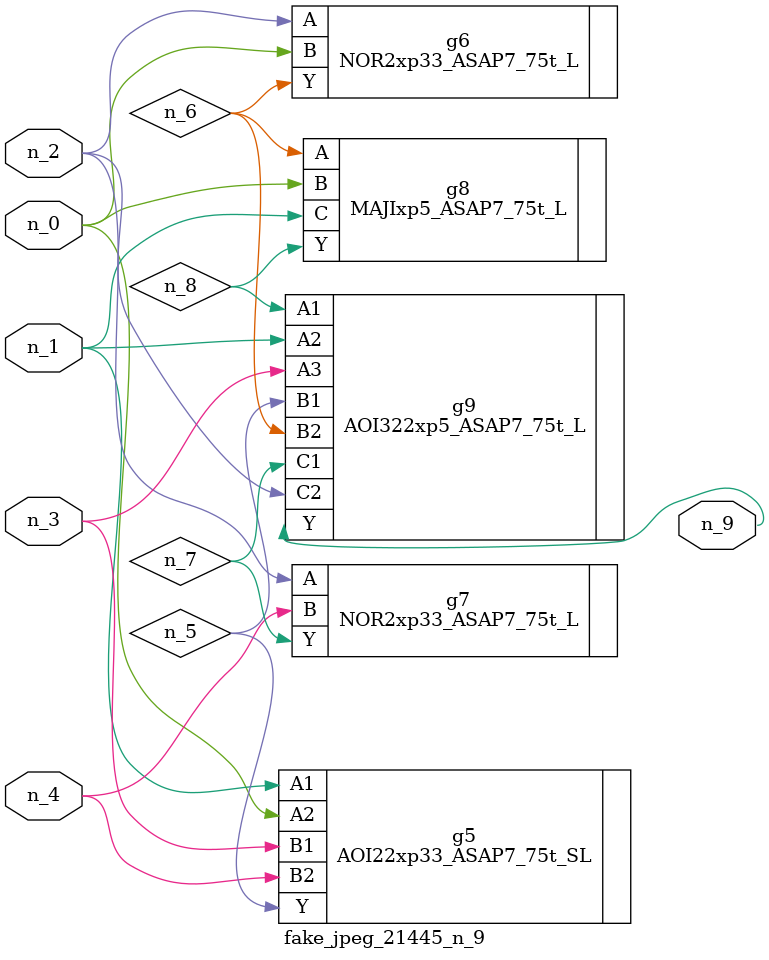
<source format=v>
module fake_jpeg_21445_n_9 (n_3, n_2, n_1, n_0, n_4, n_9);

input n_3;
input n_2;
input n_1;
input n_0;
input n_4;

output n_9;

wire n_8;
wire n_6;
wire n_5;
wire n_7;

AOI22xp33_ASAP7_75t_SL g5 ( 
.A1(n_1),
.A2(n_0),
.B1(n_3),
.B2(n_4),
.Y(n_5)
);

NOR2xp33_ASAP7_75t_L g6 ( 
.A(n_2),
.B(n_0),
.Y(n_6)
);

NOR2xp33_ASAP7_75t_L g7 ( 
.A(n_2),
.B(n_4),
.Y(n_7)
);

MAJIxp5_ASAP7_75t_L g8 ( 
.A(n_6),
.B(n_0),
.C(n_1),
.Y(n_8)
);

AOI322xp5_ASAP7_75t_L g9 ( 
.A1(n_8),
.A2(n_1),
.A3(n_3),
.B1(n_5),
.B2(n_6),
.C1(n_7),
.C2(n_2),
.Y(n_9)
);


endmodule
</source>
